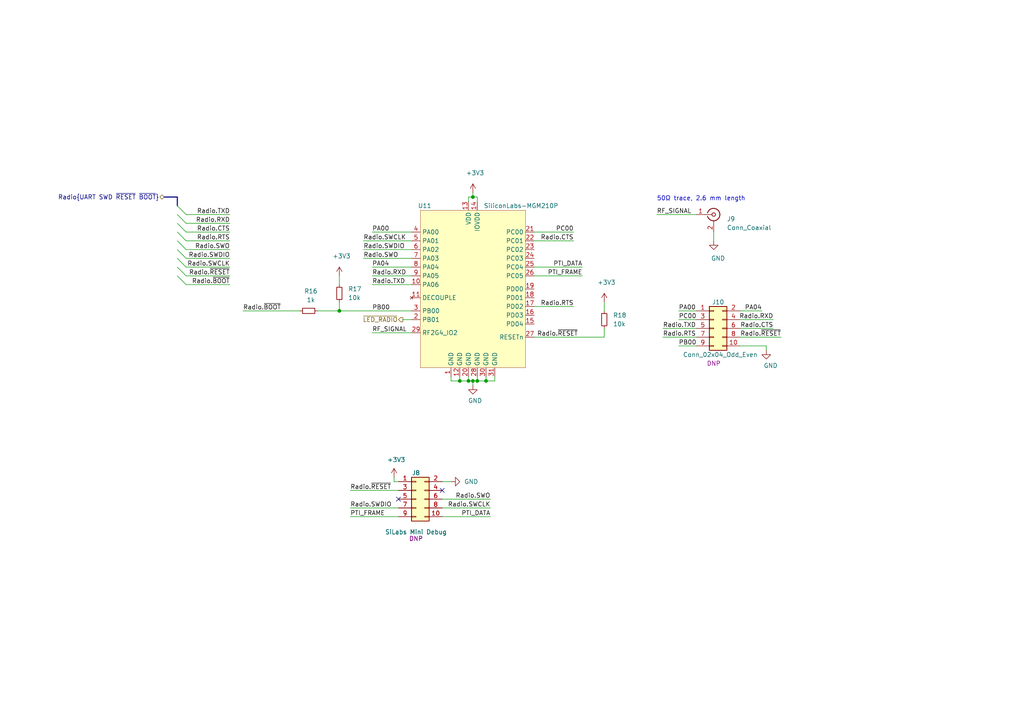
<source format=kicad_sch>
(kicad_sch (version 20210406) (generator eeschema)
  (paper "A4")
  (title_block (title "802.15.4 Radio (Zigbee/Thread)") (date "2021-01-12") (rev "0.1") (company "Nabu Casa") (comment 1 "www.nabucasa.com") (comment 2 "Light Blue"))
  (lib_symbols
    (symbol "Connector:Conn_Coaxial" (pin_names (offset 1.016) hide)
      (property "Reference" "J" (at 0.254 3.048 0))
      (property "Value" "Conn_Coaxial" (at 2.921 0 90))
      (symbol "Conn_Coaxial_0_1"
        (arc (start -1.778 0.508) (end 1.778 0) (radius (at -0.0508 0) (length 1.8034) (angles 163.6 0)) (stroke (width 0.254)))
        (arc (start 1.778 0) (end -1.778 -0.508) (radius (at -0.0254 0) (length 1.8034) (angles 0 -163.8)) (stroke (width 0.254)))
        (circle (center 0 0) (radius 0.508) (stroke (width 0.2032)))
        (polyline (pts (xy -2.54 0) (xy -0.508 0)))
        (polyline (pts (xy 0 -2.54) (xy 0 -1.778)))
      )
      (symbol "Conn_Coaxial_1_1"
        (pin passive line (at -5.08 0 0) (length 2.54) (name "In") (number "1"))
        (pin passive line (at 0 -5.08 90) (length 2.54) (name "Ext") (number "2"))
      )
    )
    (symbol "Connector_Generic:Conn_02x05_Odd_Even" (pin_names (offset 1.016) hide)
      (property "Reference" "J" (at 1.27 7.62 0))
      (property "Value" "Conn_02x05_Odd_Even" (at 1.27 -7.62 0))
      (symbol "Conn_02x05_Odd_Even_1_1"
        (rectangle (start -1.27 -4.953) (end 0 -5.207) (stroke (width 0.1524)))
        (rectangle (start -1.27 -2.413) (end 0 -2.667) (stroke (width 0.1524)))
        (rectangle (start -1.27 0.127) (end 0 -0.127) (stroke (width 0.1524)))
        (rectangle (start -1.27 2.667) (end 0 2.413) (stroke (width 0.1524)))
        (rectangle (start -1.27 5.207) (end 0 4.953) (stroke (width 0.1524)))
        (rectangle (start 3.81 -4.953) (end 2.54 -5.207) (stroke (width 0.1524)))
        (rectangle (start 3.81 -2.413) (end 2.54 -2.667) (stroke (width 0.1524)))
        (rectangle (start 3.81 0.127) (end 2.54 -0.127) (stroke (width 0.1524)))
        (rectangle (start 3.81 2.667) (end 2.54 2.413) (stroke (width 0.1524)))
        (rectangle (start 3.81 5.207) (end 2.54 4.953) (stroke (width 0.1524)))
        (rectangle (start -1.27 6.35) (end 3.81 -6.35) (stroke (width 0.254)) (fill (type background)))
        (pin passive line (at -5.08 5.08 0) (length 3.81) (name "Pin_1") (number "1"))
        (pin passive line (at 7.62 -5.08 180) (length 3.81) (name "Pin_10") (number "10"))
        (pin passive line (at 7.62 5.08 180) (length 3.81) (name "Pin_2") (number "2"))
        (pin passive line (at -5.08 2.54 0) (length 3.81) (name "Pin_3") (number "3"))
        (pin passive line (at 7.62 2.54 180) (length 3.81) (name "Pin_4") (number "4"))
        (pin passive line (at -5.08 0 0) (length 3.81) (name "Pin_5") (number "5"))
        (pin passive line (at 7.62 0 180) (length 3.81) (name "Pin_6") (number "6"))
        (pin passive line (at -5.08 -2.54 0) (length 3.81) (name "Pin_7") (number "7"))
        (pin passive line (at 7.62 -2.54 180) (length 3.81) (name "Pin_8") (number "8"))
        (pin passive line (at -5.08 -5.08 0) (length 3.81) (name "Pin_9") (number "9"))
      )
    )
    (symbol "Device:R_Small" (pin_numbers hide) (pin_names (offset 0.254) hide)
      (property "Reference" "R" (at 0.762 0.508 0))
      (property "Value" "R_Small" (at 0.762 -1.016 0))
      (symbol "R_Small_0_1"
        (rectangle (start -0.762 1.778) (end 0.762 -1.778) (stroke (width 0.2032)))
      )
      (symbol "R_Small_1_1"
        (pin passive line (at 0 2.54 270) (length 0.762) (name "~") (number "1"))
        (pin passive line (at 0 -2.54 90) (length 0.762) (name "~") (number "2"))
      )
    )
    (symbol "LightBlue:SiliconLabs-MGM210P"
      (property "Reference" "U" (at -13.97 24.13 0))
      (property "Value" "SiliconLabs-MGM210P" (at 19.05 -25.4 0))
      (symbol "SiliconLabs-MGM210P_0_1"
        (rectangle (start -15.24 22.86) (end 15.24 -22.86) (stroke (width 0.001)) (fill (type background)))
      )
      (symbol "SiliconLabs-MGM210P_1_1"
        (pin power_in line (at -6.35 -25.4 90) (length 2.54) (name "GND") (number "1"))
        (pin bidirectional line (at -17.78 1.27 0) (length 2.54) (name "PA06") (number "10"))
        (pin no_connect line (at -17.78 -2.54 0) (length 2.54) (name "DECOUPLE") (number "11"))
        (pin power_in line (at -3.81 -25.4 90) (length 2.54) (name "GND") (number "12"))
        (pin power_in line (at -1.27 25.4 270) (length 2.54) (name "VDD") (number "13"))
        (pin power_in line (at 1.27 25.4 270) (length 2.54) (name "IOVDD") (number "14"))
        (pin bidirectional line (at 17.78 -10.16 180) (length 2.54) (name "PD04") (number "15"))
        (pin bidirectional line (at 17.78 -7.62 180) (length 2.54) (name "PD03") (number "16"))
        (pin bidirectional line (at 17.78 -5.08 180) (length 2.54) (name "PD02") (number "17"))
        (pin bidirectional line (at 17.78 -2.54 180) (length 2.54) (name "PD01") (number "18"))
        (pin bidirectional line (at 17.78 0 180) (length 2.54) (name "PD00") (number "19"))
        (pin bidirectional line (at -17.78 -8.89 0) (length 2.54) (name "PB01") (number "2"))
        (pin power_in line (at -1.27 -25.4 90) (length 2.54) (name "GND") (number "20"))
        (pin bidirectional line (at 17.78 16.51 180) (length 2.54) (name "PC00") (number "21"))
        (pin bidirectional line (at 17.78 13.97 180) (length 2.54) (name "PC01") (number "22"))
        (pin bidirectional line (at 17.78 11.43 180) (length 2.54) (name "PC02") (number "23"))
        (pin bidirectional line (at 17.78 8.89 180) (length 2.54) (name "PC03") (number "24"))
        (pin bidirectional line (at 17.78 6.35 180) (length 2.54) (name "PC04") (number "25"))
        (pin bidirectional line (at 17.78 3.81 180) (length 2.54) (name "PC05") (number "26"))
        (pin bidirectional line (at 17.78 -13.97 180) (length 2.54) (name "RESETn") (number "27"))
        (pin power_in line (at 1.27 -25.4 90) (length 2.54) (name "GND") (number "28"))
        (pin input line (at -17.78 -12.7 0) (length 2.54) (name "RF2G4_IO2") (number "29"))
        (pin bidirectional line (at -17.78 -6.35 0) (length 2.54) (name "PB00") (number "3"))
        (pin power_in line (at 3.81 -25.4 90) (length 2.54) (name "GND") (number "30"))
        (pin power_in line (at 6.35 -25.4 90) (length 2.54) (name "GND") (number "31"))
        (pin bidirectional line (at -17.78 16.51 0) (length 2.54) (name "PA00") (number "4"))
        (pin bidirectional line (at -17.78 13.97 0) (length 2.54) (name "PA01") (number "5"))
        (pin bidirectional line (at -17.78 11.43 0) (length 2.54) (name "PA02") (number "6"))
        (pin bidirectional line (at -17.78 8.89 0) (length 2.54) (name "PA03") (number "7"))
        (pin bidirectional line (at -17.78 6.35 0) (length 2.54) (name "PA04") (number "8"))
        (pin bidirectional line (at -17.78 3.81 0) (length 2.54) (name "PA05") (number "9"))
      )
    )
    (symbol "power:+3V3" (power) (pin_names (offset 0))
      (property "Value" "+3V3" (at 0 3.556 0))
      (symbol "+3V3_0_1"
        (polyline (pts (xy -0.762 1.27) (xy 0 2.54)))
        (polyline (pts (xy 0 0) (xy 0 2.54)))
        (polyline (pts (xy 0 2.54) (xy 0.762 1.27)))
      )
      (symbol "+3V3_1_1"
        (pin power_in line (at 0 0 90) (length 0) hide (name "+3V3") (number "1"))
      )
    )
    (symbol "power:GND" (power) (pin_names (offset 0))
      (property "Value" "GND" (at 0 -3.81 0))
      (symbol "GND_0_1"
        (polyline (pts (xy 0 0) (xy 0 -1.27) (xy 1.27 -1.27) (xy 0 -2.54) (xy -1.27 -1.27) (xy 0 -1.27)))
      )
      (symbol "GND_1_1"
        (pin power_in line (at 0 0 270) (length 0) hide (name "GND") (number "1"))
      )
    )
  )
  (bus_alias "SWD" (members "SWDIO" "SWCLK" "SWO"))
  (junction (at 98.425 90.17) (diameter 0.9144))
  (junction (at 133.35 110.49) (diameter 0.9144))
  (junction (at 135.89 110.49) (diameter 0.9144))
  (junction (at 137.16 57.15) (diameter 0.9144))
  (junction (at 137.16 110.49) (diameter 0.9144))
  (junction (at 138.43 110.49) (diameter 0.9144))
  (junction (at 140.97 110.49) (diameter 0.9144))
  (no_connect (at 115.57 144.78))
  (no_connect (at 128.27 142.24))
  (bus_entry (at 51.435 59.69) (size 2.54 2.54) (stroke (width 0.1524)))
  (bus_entry (at 51.435 62.23) (size 2.54 2.54) (stroke (width 0.1524)))
  (bus_entry (at 51.435 64.77) (size 2.54 2.54) (stroke (width 0.1524)))
  (bus_entry (at 51.435 67.31) (size 2.54 2.54) (stroke (width 0.1524)))
  (bus_entry (at 51.435 69.85) (size 2.54 2.54) (stroke (width 0.1524)))
  (bus_entry (at 51.435 72.39) (size 2.54 2.54) (stroke (width 0.1524)))
  (bus_entry (at 51.435 74.93) (size 2.54 2.54) (stroke (width 0.1524)))
  (bus_entry (at 51.435 77.47) (size 2.54 2.54) (stroke (width 0.1524)))
  (bus_entry (at 51.435 80.01) (size 2.54 2.54) (stroke (width 0.1524)))
  (wire (pts (xy 53.975 62.23) (xy 66.675 62.23)))
  (wire (pts (xy 53.975 64.77) (xy 66.675 64.77)))
  (wire (pts (xy 53.975 67.31) (xy 66.675 67.31)))
  (wire (pts (xy 53.975 69.85) (xy 66.675 69.85)))
  (wire (pts (xy 53.975 72.39) (xy 66.675 72.39)))
  (wire (pts (xy 53.975 74.93) (xy 66.675 74.93)))
  (wire (pts (xy 53.975 77.47) (xy 66.675 77.47)))
  (wire (pts (xy 53.975 80.01) (xy 66.675 80.01)))
  (wire (pts (xy 53.975 82.55) (xy 66.675 82.55)))
  (wire (pts (xy 70.485 90.17) (xy 86.995 90.17)))
  (wire (pts (xy 92.075 90.17) (xy 98.425 90.17)))
  (wire (pts (xy 98.425 80.01) (xy 98.425 82.55)))
  (wire (pts (xy 98.425 87.63) (xy 98.425 90.17)))
  (wire (pts (xy 98.425 90.17) (xy 119.38 90.17)))
  (wire (pts (xy 101.6 142.24) (xy 115.57 142.24)))
  (wire (pts (xy 101.6 147.32) (xy 115.57 147.32)))
  (wire (pts (xy 101.6 149.86) (xy 115.57 149.86)))
  (wire (pts (xy 105.41 69.85) (xy 119.38 69.85)))
  (wire (pts (xy 105.41 72.39) (xy 119.38 72.39)))
  (wire (pts (xy 105.41 74.93) (xy 119.38 74.93)))
  (wire (pts (xy 107.95 80.01) (xy 119.38 80.01)))
  (wire (pts (xy 107.95 82.55) (xy 119.38 82.55)))
  (wire (pts (xy 107.95 96.52) (xy 119.38 96.52)))
  (wire (pts (xy 114.3 138.43) (xy 114.3 139.7)))
  (wire (pts (xy 114.3 139.7) (xy 115.57 139.7)))
  (wire (pts (xy 116.84 92.71) (xy 119.38 92.71)))
  (wire (pts (xy 119.38 67.31) (xy 107.95 67.31)))
  (wire (pts (xy 119.38 77.47) (xy 107.95 77.47)))
  (wire (pts (xy 128.27 139.7) (xy 130.81 139.7)))
  (wire (pts (xy 130.81 110.49) (xy 130.81 109.22)))
  (wire (pts (xy 133.35 109.22) (xy 133.35 110.49)))
  (wire (pts (xy 133.35 110.49) (xy 130.81 110.49)))
  (wire (pts (xy 135.89 57.15) (xy 135.89 58.42)))
  (wire (pts (xy 135.89 109.22) (xy 135.89 110.49)))
  (wire (pts (xy 135.89 110.49) (xy 133.35 110.49)))
  (wire (pts (xy 137.16 55.88) (xy 137.16 57.15)))
  (wire (pts (xy 137.16 57.15) (xy 135.89 57.15)))
  (wire (pts (xy 137.16 57.15) (xy 138.43 57.15)))
  (wire (pts (xy 137.16 110.49) (xy 135.89 110.49)))
  (wire (pts (xy 137.16 110.49) (xy 138.43 110.49)))
  (wire (pts (xy 137.16 111.76) (xy 137.16 110.49)))
  (wire (pts (xy 138.43 57.15) (xy 138.43 58.42)))
  (wire (pts (xy 138.43 110.49) (xy 138.43 109.22)))
  (wire (pts (xy 138.43 110.49) (xy 140.97 110.49)))
  (wire (pts (xy 140.97 110.49) (xy 140.97 109.22)))
  (wire (pts (xy 140.97 110.49) (xy 143.51 110.49)))
  (wire (pts (xy 142.24 144.78) (xy 128.27 144.78)))
  (wire (pts (xy 142.24 147.32) (xy 128.27 147.32)))
  (wire (pts (xy 142.24 149.86) (xy 128.27 149.86)))
  (wire (pts (xy 143.51 110.49) (xy 143.51 109.22)))
  (wire (pts (xy 154.94 67.31) (xy 166.37 67.31)))
  (wire (pts (xy 154.94 69.85) (xy 166.37 69.85)))
  (wire (pts (xy 154.94 88.9) (xy 166.37 88.9)))
  (wire (pts (xy 154.94 97.79) (xy 175.26 97.79)))
  (wire (pts (xy 168.91 77.47) (xy 154.94 77.47)))
  (wire (pts (xy 168.91 80.01) (xy 154.94 80.01)))
  (wire (pts (xy 175.26 87.63) (xy 175.26 90.17)))
  (wire (pts (xy 175.26 95.25) (xy 175.26 97.79)))
  (wire (pts (xy 190.5 62.23) (xy 201.93 62.23)))
  (wire (pts (xy 192.278 95.25) (xy 201.93 95.25)))
  (wire (pts (xy 192.278 97.79) (xy 201.93 97.79)))
  (wire (pts (xy 196.85 90.17) (xy 201.93 90.17)))
  (wire (pts (xy 196.85 92.71) (xy 201.93 92.71)))
  (wire (pts (xy 196.85 100.33) (xy 201.93 100.33)))
  (wire (pts (xy 207.01 67.31) (xy 207.01 69.85)))
  (wire (pts (xy 214.63 92.71) (xy 224.282 92.71)))
  (wire (pts (xy 214.63 95.25) (xy 224.282 95.25)))
  (wire (pts (xy 214.63 97.79) (xy 226.568 97.79)))
  (wire (pts (xy 220.98 90.17) (xy 214.63 90.17)))
  (wire (pts (xy 222.25 100.33) (xy 214.63 100.33)))
  (wire (pts (xy 222.25 101.6) (xy 222.25 100.33)))
  (bus (pts (xy 47.625 57.15) (xy 51.435 57.15)))
  (bus (pts (xy 51.435 57.15) (xy 51.435 80.01)))
  (text "50Ω trace, 2.6 mm length" (at 190.5 58.42 0) (effects (font (size 1.27 1.27)) (justify left bottom)))
  (label "Radio.TXD" (at 66.675 62.23 180))
  (label "Radio.RXD" (at 66.675 64.77 180))
  (label "Radio.CTS" (at 66.675 67.31 180))
  (label "Radio.RTS" (at 66.675 69.85 180))
  (label "Radio.SWO" (at 66.675 72.39 180))
  (label "Radio.SWDIO" (at 66.675 74.93 180))
  (label "Radio.SWCLK" (at 66.675 77.47 180))
  (label "Radio.~RESET" (at 66.675 80.01 180))
  (label "Radio.~BOOT" (at 66.675 82.55 180))
  (label "Radio.~BOOT" (at 70.485 90.17 0))
  (label "Radio.~RESET" (at 101.6 142.24 0))
  (label "Radio.SWDIO" (at 101.6 147.32 0))
  (label "PTI_FRAME" (at 101.6 149.86 0))
  (label "Radio.SWCLK" (at 105.41 69.85 0))
  (label "Radio.SWDIO" (at 105.41 72.39 0))
  (label "Radio.SWO" (at 105.41 74.93 0))
  (label "PA00" (at 107.95 67.31 0))
  (label "PA04" (at 107.95 77.47 0))
  (label "Radio.RXD" (at 107.95 80.01 0))
  (label "Radio.TXD" (at 107.95 82.55 0))
  (label "PB00" (at 107.95 90.17 0))
  (label "RF_SIGNAL" (at 107.95 96.52 0))
  (label "Radio.SWO" (at 142.24 144.78 180))
  (label "Radio.SWCLK" (at 142.24 147.32 180))
  (label "PTI_DATA" (at 142.24 149.86 180))
  (label "PC00" (at 166.37 67.31 180))
  (label "Radio.CTS" (at 166.37 69.85 180))
  (label "Radio.RTS" (at 166.37 88.9 180))
  (label "Radio.~RESET" (at 167.64 97.79 180))
  (label "PTI_DATA" (at 168.91 77.47 180))
  (label "PTI_FRAME" (at 168.91 80.01 180))
  (label "RF_SIGNAL" (at 190.5 62.23 0))
  (label "Radio.TXD" (at 192.278 95.25 0))
  (label "Radio.RTS" (at 192.278 97.79 0))
  (label "PA00" (at 196.85 90.17 0))
  (label "PC00" (at 196.85 92.71 0))
  (label "PB00" (at 196.85 100.33 0))
  (label "PA04" (at 220.98 90.17 180))
  (label "Radio.RXD" (at 224.282 92.71 180))
  (label "Radio.CTS" (at 224.282 95.25 180))
  (label "Radio.~RESET" (at 226.568 97.79 180))
  (hierarchical_label "Radio{UART SWD ~RESET ~BOOT}" (shape bidirectional) (at 47.625 57.15 180))
  (hierarchical_label "~LED_RADIO" (shape output) (at 116.84 92.71 180))
  (symbol (lib_id "power:+3V3") (at 98.425 80.01 0) (unit 1)
    (property "Reference" "#PWR055" (effects hide))
    (property "Value" "+3V3" (at 99.06 74.295 0))
  )
  (symbol (lib_id "power:+3V3") (at 114.3 138.43 0) (unit 1)
    (property "Reference" "#PWR056" (effects hide))
    (property "Value" "+3V3" (at 114.935 133.35 0))
  )
  (symbol (lib_id "power:+3V3") (at 137.16 55.88 0) (unit 1)
    (property "Reference" "#PWR058" (effects hide))
    (property "Value" "+3V3" (at 137.795 50.165 0))
  )
  (symbol (lib_id "power:+3V3") (at 175.26 87.63 0) (unit 1)
    (property "Reference" "#PWR060" (effects hide))
    (property "Value" "+3V3" (at 175.895 81.915 0))
  )
  (symbol (lib_id "power:GND") (at 130.81 139.7 90) (unit 1)
    (property "Reference" "#PWR057" (effects hide))
    (property "Value" "GND" (at 134.62 139.7 90) (effects (justify right)))
  )
  (symbol (lib_id "power:GND") (at 137.16 111.76 0) (unit 1)
    (property "Reference" "#PWR059" (effects hide))
    (property "Value" "GND" (at 137.795 116.205 0))
  )
  (symbol (lib_id "power:GND") (at 207.01 69.85 0) (unit 1)
    (property "Reference" "#PWR061" (effects hide))
    (property "Value" "GND" (at 208.28 74.93 0))
  )
  (symbol (lib_id "power:GND") (at 222.25 101.6 0) (unit 1)
    (property "Reference" "#PWR062" (effects hide))
    (property "Value" "GND" (at 223.52 106.045 0))
  )
  (symbol (lib_id "Device:R_Small") (at 89.535 90.17 90) (unit 1)
    (property "Reference" "R16" (at 90.17 84.455 90))
    (property "Value" "1k" (at 90.17 86.995 90))
    (property "Footprint" "Resistor_SMD:R_0402_1005Metric" (effects hide))
  )
  (symbol (lib_id "Device:R_Small") (at 98.425 85.09 180) (unit 1)
    (property "Reference" "R17" (at 100.965 83.82 0) (effects (justify right)))
    (property "Value" "10k" (at 100.965 86.36 0) (effects (justify right)))
    (property "Footprint" "Resistor_SMD:R_0402_1005Metric" (effects hide))
  )
  (symbol (lib_id "Device:R_Small") (at 175.26 92.71 180) (unit 1)
    (property "Reference" "R18" (at 177.8 91.44 0) (effects (justify right)))
    (property "Value" "10k" (at 177.8 93.98 0) (effects (justify right)))
    (property "Footprint" "Resistor_SMD:R_0402_1005Metric" (effects hide))
  )
  (symbol (lib_id "Connector:Conn_Coaxial") (at 207.01 62.23 0) (unit 1)
    (property "Reference" "J9" (at 210.82 63.5 0) (effects (justify left)))
    (property "Value" "Conn_Coaxial" (at 210.82 66.04 0) (effects (justify left)))
    (property "Footprint" "Connector_Coaxial:U.FL_Hirose_U.FL-R-SMT-1_Vertical" (effects hide))
    (property "Datasheet" " ~" (effects hide))
    (property "Manufacturer" "Linx Technologies" (effects hide))
    (property "PartNumber" "CONUFL001-SMD-T" (effects hide))
  )
  (symbol (lib_id "Connector_Generic:Conn_02x05_Odd_Even") (at 120.65 144.78 0) (unit 1)
    (property "Reference" "J8" (at 120.65 137.16 0))
    (property "Value" "SiLabs Mini Debug" (at 120.65 154.305 0))
    (property "Footprint" "Connector_PinHeader_1.27mm:PinHeader_2x05_P1.27mm_Vertical" (effects hide))
    (property "Config" "DNP" (at 120.65 156.21 0))
  )
  (symbol (lib_id "Connector_Generic:Conn_02x05_Odd_Even") (at 207.01 95.25 0) (unit 1)
    (property "Reference" "J10" (at 208.28 87.63 0))
    (property "Value" "Conn_02x04_Odd_Even" (at 208.915 102.87 0))
    (property "Footprint" "Connector_PinHeader_1.27mm:PinHeader_2x05_P1.27mm_Vertical" (effects hide))
    (property "Config" "DNP" (at 207.01 105.41 0))
    (property "Manufacturer" "Adam Tech" (effects hide))
    (property "PartNumber" "PH2-08-UA" (effects hide))
  )
  (symbol (lib_id "LightBlue:SiliconLabs-MGM210P") (at 137.16 83.82 0) (unit 1)
    (property "Reference" "U11" (at 123.19 59.69 0))
    (property "Value" "SiliconLabs-MGM210P" (at 151.13 59.69 0))
    (property "Footprint" "LightBlue:SiliconLabs_MGM210P" (effects hide))
    (property "Datasheet" "https://www.silabs.com/documents/public/data-sheets/mgm210p-datasheet.pdf" (effects hide))
    (property "Manufacturer" "Silicon Laboratories" (effects hide))
    (property "PartNumber" "MGM210PB32JIA2" (effects hide))
  )
)
</source>
